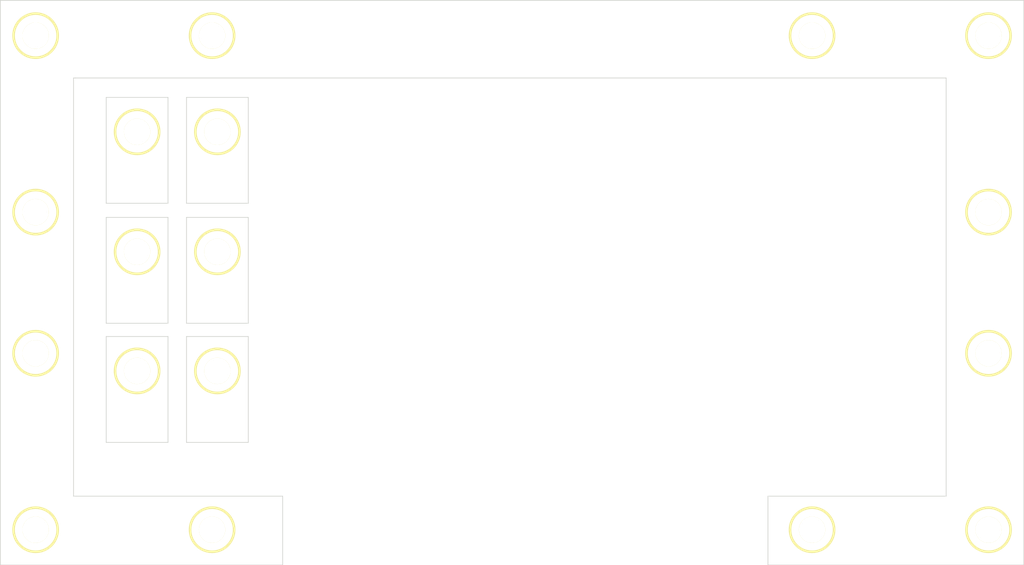
<source format=kicad_pcb>
(kicad_pcb (version 3) (host pcbnew "(2013-jul-07)-stable")

  (general
    (links 0)
    (no_connects 0)
    (area 48.209999 17.729999 195.630001 100.1776)
    (thickness 1.6)
    (drawings 37)
    (tracks 0)
    (zones 0)
    (modules 18)
    (nets 1)
  )

  (page A3)
  (layers
    (15 F.Cu signal)
    (2 Inner2.Cu power)
    (1 Inner1.Cu power)
    (0 B.Cu signal)
    (16 B.Adhes user)
    (17 F.Adhes user)
    (18 B.Paste user)
    (19 F.Paste user)
    (20 B.SilkS user)
    (21 F.SilkS user)
    (22 B.Mask user)
    (23 F.Mask user)
    (24 Dwgs.User user)
    (25 Cmts.User user)
    (26 Eco1.User user)
    (27 Eco2.User user)
    (28 Edge.Cuts user)
  )

  (setup
    (last_trace_width 0.254)
    (user_trace_width 0.254)
    (trace_clearance 0.2032)
    (zone_clearance 0.254)
    (zone_45_only no)
    (trace_min 0.254)
    (segment_width 0.15)
    (edge_width 0.1)
    (via_size 0.889)
    (via_drill 0.635)
    (via_min_size 0.889)
    (via_min_drill 0.508)
    (uvia_size 0.508)
    (uvia_drill 0.127)
    (uvias_allowed no)
    (uvia_min_size 0.508)
    (uvia_min_drill 0.127)
    (pcb_text_width 0.3)
    (pcb_text_size 1.5 1.5)
    (mod_edge_width 0.15)
    (mod_text_size 1 1)
    (mod_text_width 0.15)
    (pad_size 3.7973 3.7973)
    (pad_drill 3.175)
    (pad_to_mask_clearance 0)
    (aux_axis_origin 0 0)
    (visible_elements 7FFFFFBF)
    (pcbplotparams
      (layerselection 3178497)
      (usegerberextensions true)
      (excludeedgelayer true)
      (linewidth 0.150000)
      (plotframeref false)
      (viasonmask false)
      (mode 1)
      (useauxorigin false)
      (hpglpennumber 1)
      (hpglpenspeed 20)
      (hpglpendiameter 15)
      (hpglpenoverlay 2)
      (psnegative false)
      (psa4output false)
      (plotreference true)
      (plotvalue true)
      (plotothertext true)
      (plotinvisibletext false)
      (padsonsilk false)
      (subtractmaskfromsilk false)
      (outputformat 1)
      (mirror false)
      (drillshape 1)
      (scaleselection 1)
      (outputdirectory ""))
  )

  (net 0 "")

  (net_class Default "This is the default net class."
    (clearance 0.2032)
    (trace_width 0.254)
    (via_dia 0.889)
    (via_drill 0.635)
    (uvia_dia 0.508)
    (uvia_drill 0.127)
    (add_net "")
  )

  (net_class Power ""
    (clearance 0.2032)
    (trace_width 0.508)
    (via_dia 0.889)
    (via_drill 0.635)
    (uvia_dia 0.508)
    (uvia_drill 0.127)
  )

  (module Hole_M3 (layer F.Cu) (tedit 53540870) (tstamp 5544BD5A)
    (at 79.502 71.12)
    (path Hole_M3)
    (fp_text reference Hole_M3 (at 0 -4.445) (layer F.SilkS) hide
      (effects (font (size 0.6 0.6) (thickness 0.127)))
    )
    (fp_text value VAL** (at 0 5.08) (layer F.SilkS) hide
      (effects (font (size 1.524 1.524) (thickness 0.3048)))
    )
    (fp_circle (center 0 0) (end 0 3.175) (layer F.SilkS) (width 0.381))
    (pad "" np_thru_hole circle (at 0 0) (size 3.7973 3.7973) (drill 3.7973)
      (layers *.Cu *.Mask F.SilkS)
    )
  )

  (module Hole_M3 (layer F.Cu) (tedit 53540870) (tstamp 5544BD55)
    (at 67.945 71.12)
    (path Hole_M3)
    (fp_text reference Hole_M3 (at 0 -4.445) (layer F.SilkS) hide
      (effects (font (size 0.6 0.6) (thickness 0.127)))
    )
    (fp_text value VAL** (at 0 5.08) (layer F.SilkS) hide
      (effects (font (size 1.524 1.524) (thickness 0.3048)))
    )
    (fp_circle (center 0 0) (end 0 3.175) (layer F.SilkS) (width 0.381))
    (pad "" np_thru_hole circle (at 0 0) (size 3.7973 3.7973) (drill 3.7973)
      (layers *.Cu *.Mask F.SilkS)
    )
  )

  (module Hole_M3 (layer F.Cu) (tedit 53540870) (tstamp 55293E36)
    (at 67.945 53.975)
    (path Hole_M3)
    (fp_text reference Hole_M3 (at 0 -4.445) (layer F.SilkS) hide
      (effects (font (size 0.6 0.6) (thickness 0.127)))
    )
    (fp_text value VAL** (at 0 5.08) (layer F.SilkS) hide
      (effects (font (size 1.524 1.524) (thickness 0.3048)))
    )
    (fp_circle (center 0 0) (end 0 3.175) (layer F.SilkS) (width 0.381))
    (pad "" np_thru_hole circle (at 0 0) (size 3.7973 3.7973) (drill 3.7973)
      (layers *.Cu *.Mask F.SilkS)
    )
  )

  (module Hole_M3 (layer F.Cu) (tedit 53540870) (tstamp 55293E31)
    (at 79.502 53.975)
    (path Hole_M3)
    (fp_text reference Hole_M3 (at 0 -4.445) (layer F.SilkS) hide
      (effects (font (size 0.6 0.6) (thickness 0.127)))
    )
    (fp_text value VAL** (at 0 5.08) (layer F.SilkS) hide
      (effects (font (size 1.524 1.524) (thickness 0.3048)))
    )
    (fp_circle (center 0 0) (end 0 3.175) (layer F.SilkS) (width 0.381))
    (pad "" np_thru_hole circle (at 0 0) (size 3.7973 3.7973) (drill 3.7973)
      (layers *.Cu *.Mask F.SilkS)
    )
  )

  (module Hole_M3 (layer F.Cu) (tedit 53540870) (tstamp 55293E16)
    (at 79.502 36.703)
    (path Hole_M3)
    (fp_text reference Hole_M3 (at 0 -4.445) (layer F.SilkS) hide
      (effects (font (size 0.6 0.6) (thickness 0.127)))
    )
    (fp_text value VAL** (at 0 5.08) (layer F.SilkS) hide
      (effects (font (size 1.524 1.524) (thickness 0.3048)))
    )
    (fp_circle (center 0 0) (end 0 3.175) (layer F.SilkS) (width 0.381))
    (pad "" np_thru_hole circle (at 0 0) (size 3.7973 3.7973) (drill 3.7973)
      (layers *.Cu *.Mask F.SilkS)
    )
  )

  (module Hole_M3 (layer F.Cu) (tedit 53540870) (tstamp 55293D50)
    (at 53.34 48.26)
    (path Hole_M3)
    (fp_text reference Hole_M3 (at 0 -4.445) (layer F.SilkS) hide
      (effects (font (size 0.6 0.6) (thickness 0.127)))
    )
    (fp_text value VAL** (at 0 5.08) (layer F.SilkS) hide
      (effects (font (size 1.524 1.524) (thickness 0.3048)))
    )
    (fp_circle (center 0 0) (end 0 3.175) (layer F.SilkS) (width 0.381))
    (pad "" np_thru_hole circle (at 0 0) (size 3.7973 3.7973) (drill 3.7973)
      (layers *.Cu *.Mask F.SilkS)
    )
  )

  (module Hole_M3 (layer F.Cu) (tedit 53540870) (tstamp 54FBD797)
    (at 190.5 22.86)
    (path Hole_M3)
    (fp_text reference Hole_M3 (at 0 -4.445) (layer F.SilkS) hide
      (effects (font (size 0.6 0.6) (thickness 0.127)))
    )
    (fp_text value VAL** (at 0 5.08) (layer F.SilkS) hide
      (effects (font (size 1.524 1.524) (thickness 0.3048)))
    )
    (fp_circle (center 0 0) (end 0 3.175) (layer F.SilkS) (width 0.381))
    (pad "" np_thru_hole circle (at 0 0) (size 3.7973 3.7973) (drill 3.7973)
      (layers *.Cu *.Mask F.SilkS)
    )
  )

  (module Hole_M3 (layer F.Cu) (tedit 53540870) (tstamp 54FBD7A2)
    (at 165.1 22.86)
    (path Hole_M3)
    (fp_text reference Hole_M3 (at 0 -4.445) (layer F.SilkS) hide
      (effects (font (size 0.6 0.6) (thickness 0.127)))
    )
    (fp_text value VAL** (at 0 5.08) (layer F.SilkS) hide
      (effects (font (size 1.524 1.524) (thickness 0.3048)))
    )
    (fp_circle (center 0 0) (end 0 3.175) (layer F.SilkS) (width 0.381))
    (pad "" np_thru_hole circle (at 0 0) (size 3.7973 3.7973) (drill 3.7973)
      (layers *.Cu *.Mask F.SilkS)
    )
  )

  (module Hole_M3 (layer F.Cu) (tedit 53540870) (tstamp 54FBD7AD)
    (at 78.74 22.86)
    (path Hole_M3)
    (fp_text reference Hole_M3 (at 0 -4.445) (layer F.SilkS) hide
      (effects (font (size 0.6 0.6) (thickness 0.127)))
    )
    (fp_text value VAL** (at 0 5.08) (layer F.SilkS) hide
      (effects (font (size 1.524 1.524) (thickness 0.3048)))
    )
    (fp_circle (center 0 0) (end 0 3.175) (layer F.SilkS) (width 0.381))
    (pad "" np_thru_hole circle (at 0 0) (size 3.7973 3.7973) (drill 3.7973)
      (layers *.Cu *.Mask F.SilkS)
    )
  )

  (module Hole_M3 (layer F.Cu) (tedit 53540870) (tstamp 54FBD7B8)
    (at 53.34 22.86)
    (path Hole_M3)
    (fp_text reference Hole_M3 (at 0 -4.445) (layer F.SilkS) hide
      (effects (font (size 0.6 0.6) (thickness 0.127)))
    )
    (fp_text value VAL** (at 0 5.08) (layer F.SilkS) hide
      (effects (font (size 1.524 1.524) (thickness 0.3048)))
    )
    (fp_circle (center 0 0) (end 0 3.175) (layer F.SilkS) (width 0.381))
    (pad "" np_thru_hole circle (at 0 0) (size 3.7973 3.7973) (drill 3.7973)
      (layers *.Cu *.Mask F.SilkS)
    )
  )

  (module Hole_M3 (layer F.Cu) (tedit 53540870) (tstamp 54FBD7CA)
    (at 53.34 93.98)
    (path Hole_M3)
    (fp_text reference Hole_M3 (at 0 -4.445) (layer F.SilkS) hide
      (effects (font (size 0.6 0.6) (thickness 0.127)))
    )
    (fp_text value VAL** (at 0 5.08) (layer F.SilkS) hide
      (effects (font (size 1.524 1.524) (thickness 0.3048)))
    )
    (fp_circle (center 0 0) (end 0 3.175) (layer F.SilkS) (width 0.381))
    (pad "" np_thru_hole circle (at 0 0) (size 3.7973 3.7973) (drill 3.7973)
      (layers *.Cu *.Mask F.SilkS)
    )
  )

  (module Hole_M3 (layer F.Cu) (tedit 53540870) (tstamp 54FBD7D5)
    (at 78.74 93.98)
    (path Hole_M3)
    (fp_text reference Hole_M3 (at 0 -4.445) (layer F.SilkS) hide
      (effects (font (size 0.6 0.6) (thickness 0.127)))
    )
    (fp_text value VAL** (at 0 5.08) (layer F.SilkS) hide
      (effects (font (size 1.524 1.524) (thickness 0.3048)))
    )
    (fp_circle (center 0 0) (end 0 3.175) (layer F.SilkS) (width 0.381))
    (pad "" np_thru_hole circle (at 0 0) (size 3.7973 3.7973) (drill 3.7973)
      (layers *.Cu *.Mask F.SilkS)
    )
  )

  (module Hole_M3 (layer F.Cu) (tedit 53540870) (tstamp 54FBD7E6)
    (at 190.5 93.98)
    (path Hole_M3)
    (fp_text reference Hole_M3 (at 0 -4.445) (layer F.SilkS) hide
      (effects (font (size 0.6 0.6) (thickness 0.127)))
    )
    (fp_text value VAL** (at 0 5.08) (layer F.SilkS) hide
      (effects (font (size 1.524 1.524) (thickness 0.3048)))
    )
    (fp_circle (center 0 0) (end 0 3.175) (layer F.SilkS) (width 0.381))
    (pad "" np_thru_hole circle (at 0 0) (size 3.7973 3.7973) (drill 3.7973)
      (layers *.Cu *.Mask F.SilkS)
    )
  )

  (module Hole_M3 (layer F.Cu) (tedit 53540870) (tstamp 54FBD7F1)
    (at 165.1 93.98)
    (path Hole_M3)
    (fp_text reference Hole_M3 (at 0 -4.445) (layer F.SilkS) hide
      (effects (font (size 0.6 0.6) (thickness 0.127)))
    )
    (fp_text value VAL** (at 0 5.08) (layer F.SilkS) hide
      (effects (font (size 1.524 1.524) (thickness 0.3048)))
    )
    (fp_circle (center 0 0) (end 0 3.175) (layer F.SilkS) (width 0.381))
    (pad "" np_thru_hole circle (at 0 0) (size 3.7973 3.7973) (drill 3.7973)
      (layers *.Cu *.Mask F.SilkS)
    )
  )

  (module Hole_M3 (layer F.Cu) (tedit 53540870) (tstamp 54FBD7FC)
    (at 53.34 68.58)
    (path Hole_M3)
    (fp_text reference Hole_M3 (at 0 -4.445) (layer F.SilkS) hide
      (effects (font (size 0.6 0.6) (thickness 0.127)))
    )
    (fp_text value VAL** (at 0 5.08) (layer F.SilkS) hide
      (effects (font (size 1.524 1.524) (thickness 0.3048)))
    )
    (fp_circle (center 0 0) (end 0 3.175) (layer F.SilkS) (width 0.381))
    (pad "" np_thru_hole circle (at 0 0) (size 3.7973 3.7973) (drill 3.7973)
      (layers *.Cu *.Mask F.SilkS)
    )
  )

  (module Hole_M3 (layer F.Cu) (tedit 53540870) (tstamp 54FBD807)
    (at 67.945 36.703)
    (path Hole_M3)
    (fp_text reference Hole_M3 (at 0 -4.445) (layer F.SilkS) hide
      (effects (font (size 0.6 0.6) (thickness 0.127)))
    )
    (fp_text value VAL** (at 0 5.08) (layer F.SilkS) hide
      (effects (font (size 1.524 1.524) (thickness 0.3048)))
    )
    (fp_circle (center 0 0) (end 0 3.175) (layer F.SilkS) (width 0.381))
    (pad "" np_thru_hole circle (at 0 0) (size 3.7973 3.7973) (drill 3.7973)
      (layers *.Cu *.Mask F.SilkS)
    )
  )

  (module Hole_M3 (layer F.Cu) (tedit 53540870) (tstamp 54FBD812)
    (at 190.5 48.26)
    (path Hole_M3)
    (fp_text reference Hole_M3 (at 0 -4.445) (layer F.SilkS) hide
      (effects (font (size 0.6 0.6) (thickness 0.127)))
    )
    (fp_text value VAL** (at 0 5.08) (layer F.SilkS) hide
      (effects (font (size 1.524 1.524) (thickness 0.3048)))
    )
    (fp_circle (center 0 0) (end 0 3.175) (layer F.SilkS) (width 0.381))
    (pad "" np_thru_hole circle (at 0 0) (size 3.7973 3.7973) (drill 3.7973)
      (layers *.Cu *.Mask F.SilkS)
    )
  )

  (module Hole_M3 (layer F.Cu) (tedit 53540870) (tstamp 54FBD81D)
    (at 190.5 68.58)
    (path Hole_M3)
    (fp_text reference Hole_M3 (at 0 -4.445) (layer F.SilkS) hide
      (effects (font (size 0.6 0.6) (thickness 0.127)))
    )
    (fp_text value VAL** (at 0 5.08) (layer F.SilkS) hide
      (effects (font (size 1.524 1.524) (thickness 0.3048)))
    )
    (fp_circle (center 0 0) (end 0 3.175) (layer F.SilkS) (width 0.381))
    (pad "" np_thru_hole circle (at 0 0) (size 3.7973 3.7973) (drill 3.7973)
      (layers *.Cu *.Mask F.SilkS)
    )
  )

  (gr_line (start 75.057 66.167) (end 83.947 66.167) (angle 90) (layer Edge.Cuts) (width 0.1) (tstamp 5544BD66))
  (gr_line (start 83.947 66.167) (end 83.947 81.407) (angle 90) (layer Edge.Cuts) (width 0.1) (tstamp 5544BD65))
  (gr_line (start 83.947 81.407) (end 75.057 81.407) (angle 90) (layer Edge.Cuts) (width 0.1) (tstamp 5544BD64))
  (gr_line (start 75.057 81.407) (end 75.057 66.167) (angle 90) (layer Edge.Cuts) (width 0.1) (tstamp 5544BD63))
  (gr_line (start 63.5 81.407) (end 63.5 66.167) (angle 90) (layer Edge.Cuts) (width 0.1) (tstamp 5544BD62))
  (gr_line (start 72.39 81.407) (end 63.5 81.407) (angle 90) (layer Edge.Cuts) (width 0.1) (tstamp 5544BD61))
  (gr_line (start 72.39 66.167) (end 72.39 81.407) (angle 90) (layer Edge.Cuts) (width 0.1) (tstamp 5544BD60))
  (gr_line (start 63.5 66.167) (end 72.39 66.167) (angle 90) (layer Edge.Cuts) (width 0.1) (tstamp 5544BD5F))
  (gr_line (start 63.5 49.022) (end 72.39 49.022) (angle 90) (layer Edge.Cuts) (width 0.1) (tstamp 55293E42))
  (gr_line (start 72.39 49.022) (end 72.39 64.262) (angle 90) (layer Edge.Cuts) (width 0.1) (tstamp 55293E41))
  (gr_line (start 72.39 64.262) (end 63.5 64.262) (angle 90) (layer Edge.Cuts) (width 0.1) (tstamp 55293E40))
  (gr_line (start 63.5 64.262) (end 63.5 49.022) (angle 90) (layer Edge.Cuts) (width 0.1) (tstamp 55293E3F))
  (gr_line (start 75.057 64.262) (end 75.057 49.022) (angle 90) (layer Edge.Cuts) (width 0.1) (tstamp 55293E3E))
  (gr_line (start 83.947 64.262) (end 75.057 64.262) (angle 90) (layer Edge.Cuts) (width 0.1) (tstamp 55293E3D))
  (gr_line (start 83.947 49.022) (end 83.947 64.262) (angle 90) (layer Edge.Cuts) (width 0.1) (tstamp 55293E3C))
  (gr_line (start 75.057 49.022) (end 83.947 49.022) (angle 90) (layer Edge.Cuts) (width 0.1) (tstamp 55293E3B))
  (gr_line (start 75.057 31.75) (end 83.947 31.75) (angle 90) (layer Edge.Cuts) (width 0.1) (tstamp 55293E1E))
  (gr_line (start 83.947 31.75) (end 83.947 46.99) (angle 90) (layer Edge.Cuts) (width 0.1) (tstamp 55293E1D))
  (gr_line (start 83.947 46.99) (end 75.057 46.99) (angle 90) (layer Edge.Cuts) (width 0.1) (tstamp 55293E1C))
  (gr_line (start 75.057 46.99) (end 75.057 31.75) (angle 90) (layer Edge.Cuts) (width 0.1) (tstamp 55293E1B))
  (gr_line (start 63.5 46.99) (end 63.5 31.75) (angle 90) (layer Edge.Cuts) (width 0.1))
  (gr_line (start 72.39 46.99) (end 63.5 46.99) (angle 90) (layer Edge.Cuts) (width 0.1))
  (gr_line (start 72.39 31.75) (end 72.39 46.99) (angle 90) (layer Edge.Cuts) (width 0.1))
  (gr_line (start 63.5 31.75) (end 72.39 31.75) (angle 90) (layer Edge.Cuts) (width 0.1))
  (gr_line (start 88.9 89.154) (end 88.9 99.06) (angle 90) (layer Edge.Cuts) (width 0.1))
  (gr_line (start 158.75 89.154) (end 158.75 99.06) (angle 90) (layer Edge.Cuts) (width 0.1))
  (gr_line (start 184.404 89.154) (end 158.75 89.154) (angle 90) (layer Edge.Cuts) (width 0.1))
  (gr_line (start 184.404 28.956) (end 184.404 89.154) (angle 90) (layer Edge.Cuts) (width 0.1))
  (gr_line (start 59.055 28.956) (end 184.404 28.956) (angle 90) (layer Edge.Cuts) (width 0.1))
  (gr_line (start 58.801 28.956) (end 59.055 28.956) (angle 90) (layer Edge.Cuts) (width 0.1))
  (gr_line (start 58.801 89.154) (end 58.801 28.956) (angle 90) (layer Edge.Cuts) (width 0.1))
  (gr_line (start 88.9 89.154) (end 58.801 89.154) (angle 90) (layer Edge.Cuts) (width 0.1))
  (gr_line (start 195.58 99.06) (end 158.75 99.06) (angle 90) (layer Edge.Cuts) (width 0.1))
  (gr_line (start 48.26 99.06) (end 88.9 99.06) (angle 90) (layer Edge.Cuts) (width 0.1))
  (gr_line (start 48.26 99.06) (end 48.26 17.78) (angle 90) (layer Edge.Cuts) (width 0.1))
  (gr_line (start 195.58 17.78) (end 195.58 99.06) (angle 90) (layer Edge.Cuts) (width 0.1))
  (gr_line (start 48.26 17.78) (end 195.58 17.78) (angle 90) (layer Edge.Cuts) (width 0.1))

)

</source>
